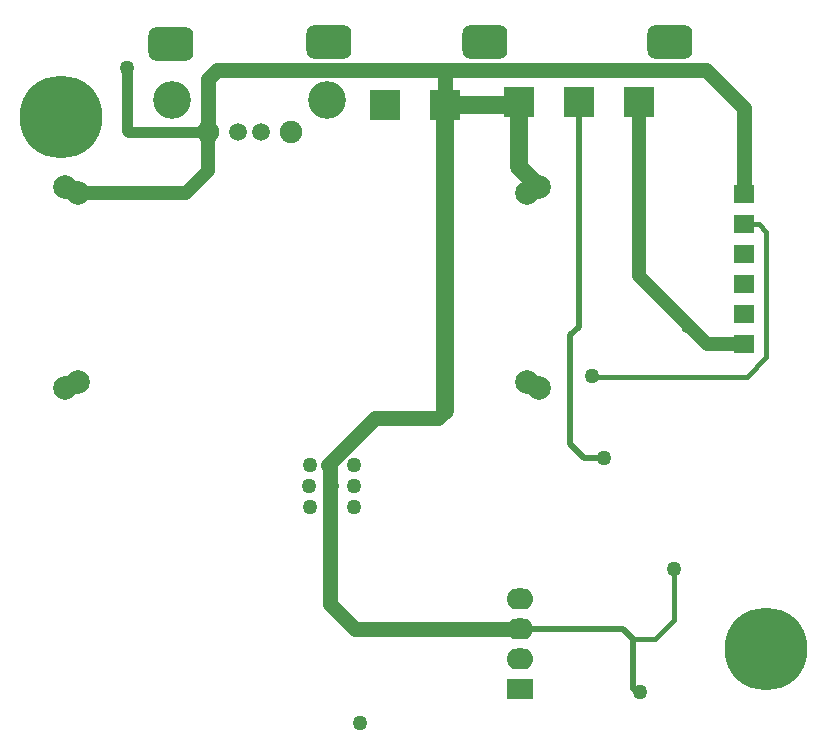
<source format=gbl>
G04 Layer_Physical_Order=2*
G04 Layer_Color=16711680*
%FSAX25Y25*%
%MOIN*%
G70*
G01*
G75*
%ADD24C,0.05000*%
%ADD25C,0.02000*%
%ADD26C,0.01500*%
%ADD27C,0.03500*%
%ADD28C,0.06000*%
G04:AMPARAMS|DCode=36|XSize=150mil|YSize=115mil|CornerRadius=28.75mil|HoleSize=0mil|Usage=FLASHONLY|Rotation=0.000|XOffset=0mil|YOffset=0mil|HoleType=Round|Shape=RoundedRectangle|*
%AMROUNDEDRECTD36*
21,1,0.15000,0.05750,0,0,0.0*
21,1,0.09250,0.11500,0,0,0.0*
1,1,0.05750,0.04625,-0.02875*
1,1,0.05750,-0.04625,-0.02875*
1,1,0.05750,-0.04625,0.02875*
1,1,0.05750,0.04625,0.02875*
%
%ADD36ROUNDEDRECTD36*%
%ADD37C,0.07874*%
%ADD38R,0.07000X0.06000*%
%ADD39C,0.05906*%
%ADD40C,0.12598*%
%ADD41C,0.07500*%
%ADD42R,0.10000X0.10000*%
%ADD43R,0.09000X0.07000*%
%ADD44O,0.09000X0.07000*%
%ADD45C,0.05000*%
%ADD46C,0.27559*%
%ADD47C,0.04500*%
D24*
X0207382Y0208465D02*
X0223031Y0224114D01*
X0207961Y0162118D02*
Y0208349D01*
X0246318Y0340038D02*
X0333289D01*
X0170254D02*
X0246318D01*
Y0328511D02*
Y0340038D01*
X0333289D02*
X0346051Y0327275D01*
X0167387Y0337170D02*
X0170254Y0340038D01*
X0346051Y0298700D02*
Y0327275D01*
X0167387Y0319569D02*
Y0337170D01*
X0216355Y0153724D02*
X0271421D01*
X0207961Y0162118D02*
X0216355Y0153724D01*
X0243814Y0224114D02*
X0246300Y0226600D01*
X0223031Y0224114D02*
X0243814D01*
D25*
X0292520Y0210925D02*
X0299213D01*
X0288090Y0215354D02*
X0292520Y0210925D01*
X0288090Y0215354D02*
Y0251772D01*
X0290860Y0254541D01*
X0308957Y0133760D02*
Y0150492D01*
X0305725Y0153724D02*
X0308957Y0150492D01*
X0271421Y0153724D02*
X0305725D01*
X0290860Y0254541D02*
Y0329429D01*
D26*
X0308957Y0150492D02*
X0316240D01*
X0322516Y0156768D01*
Y0173737D01*
X0295472Y0237894D02*
X0346850D01*
X0295374Y0237992D02*
X0295472Y0237894D01*
X0346850D02*
X0353445Y0244488D01*
Y0286221D01*
X0350965Y0288700D02*
X0353445Y0286221D01*
X0346051Y0288700D02*
X0350965D01*
D27*
X0140470Y0319569D02*
X0167387D01*
X0140157Y0319882D02*
X0140470Y0319569D01*
X0140157Y0319882D02*
Y0340748D01*
D28*
X0270984Y0307603D02*
X0277484Y0301102D01*
X0270984Y0307603D02*
Y0329298D01*
X0270196Y0328511D02*
X0270984Y0329298D01*
X0246318Y0328511D02*
X0270196D01*
X0246300Y0284440D02*
X0246360Y0284500D01*
X0246300Y0226600D02*
Y0284440D01*
X0246360Y0284500D02*
Y0328346D01*
Y0281460D02*
Y0284500D01*
D36*
X0155020Y0348622D02*
D03*
X0207776Y0349410D02*
D03*
X0259744Y0349409D02*
D03*
X0321358D02*
D03*
D37*
X0123984Y0299102D02*
D03*
X0273484D02*
D03*
X0123984Y0236103D02*
D03*
X0273484D02*
D03*
X0277484Y0234103D02*
D03*
X0119484D02*
D03*
X0277484Y0301102D02*
D03*
X0119484D02*
D03*
D38*
X0346051Y0248700D02*
D03*
Y0258700D02*
D03*
Y0268700D02*
D03*
Y0278700D02*
D03*
Y0288700D02*
D03*
Y0298700D02*
D03*
D39*
X0177229Y0319569D02*
D03*
X0185103D02*
D03*
D40*
X0155300Y0330239D02*
D03*
X0207032D02*
D03*
D41*
X0167387Y0319569D02*
D03*
X0194946D02*
D03*
D42*
X0226318Y0328511D02*
D03*
X0246318D02*
D03*
X0270984Y0329298D02*
D03*
X0290984D02*
D03*
X0310984D02*
D03*
D43*
X0271421Y0133724D02*
D03*
D44*
Y0143724D02*
D03*
Y0153724D02*
D03*
Y0163724D02*
D03*
D45*
X0327165Y0254921D02*
D03*
X0299213Y0210925D02*
D03*
X0217815Y0122539D02*
D03*
X0311417Y0132776D02*
D03*
X0140157Y0340748D02*
D03*
X0295374Y0237992D02*
D03*
X0322516Y0173737D02*
D03*
X0215861Y0201349D02*
D03*
Y0208349D02*
D03*
X0201161D02*
D03*
X0207961D02*
D03*
X0201061Y0201349D02*
D03*
X0208461D02*
D03*
X0201161Y0194349D02*
D03*
X0208361D02*
D03*
X0215861D02*
D03*
D46*
X0118307Y0324410D02*
D03*
X0353386Y0147244D02*
D03*
D47*
X0333485Y0248700D02*
X0346051D01*
X0310860Y0271325D02*
Y0329232D01*
X0123984Y0299102D02*
X0160028D01*
X0167387Y0306461D01*
Y0319569D01*
X0310860Y0271325D02*
X0333485Y0248700D01*
M02*

</source>
